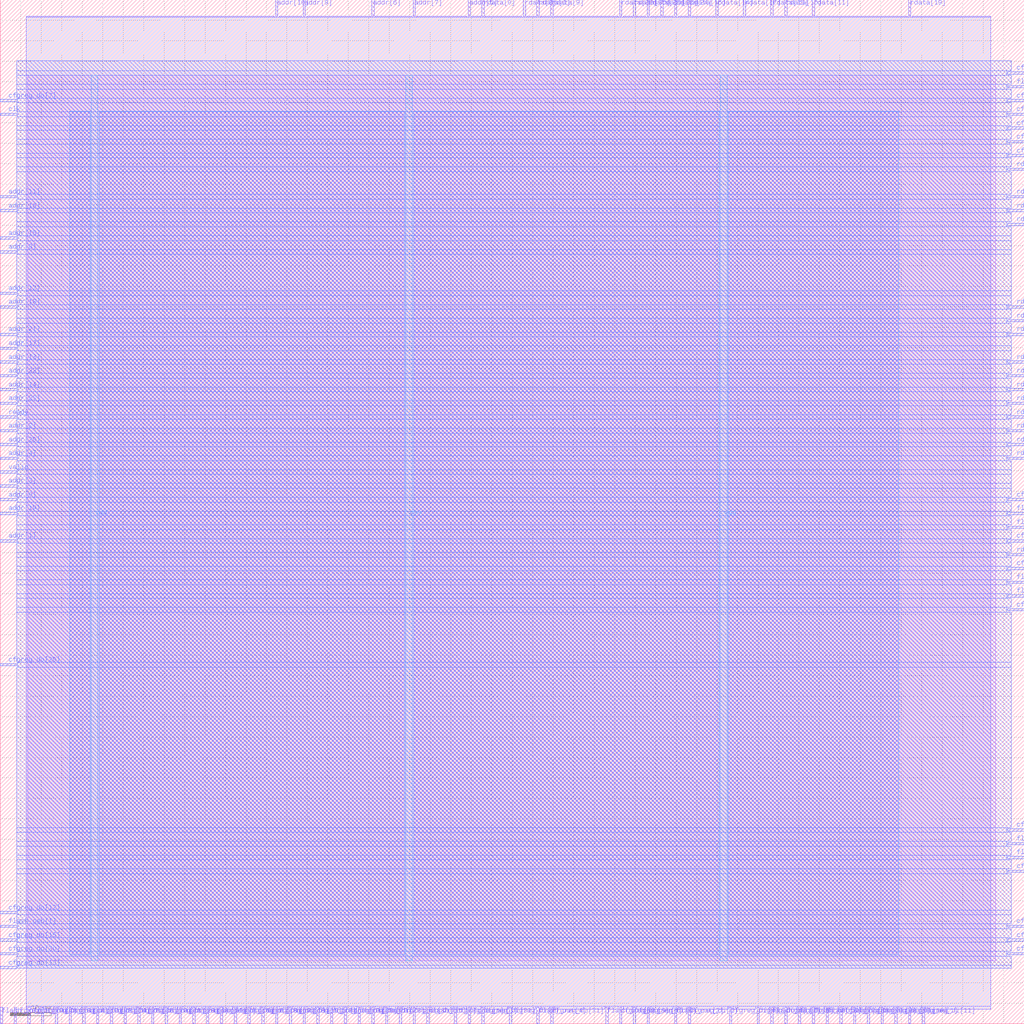
<source format=lef>
VERSION 5.7 ;
  NOWIREEXTENSIONATPIN ON ;
  DIVIDERCHAR "/" ;
  BUSBITCHARS "[]" ;
MACRO spimemio
  CLASS BLOCK ;
  FOREIGN spimemio ;
  ORIGIN 0.000 0.000 ;
  SIZE 250.000 BY 250.000 ;
  PIN addr[0]
    DIRECTION INPUT ;
    USE SIGNAL ;
    ANTENNAGATEAREA 0.498500 ;
    ANTENNADIFFAREA 0.410400 ;
    PORT
      LAYER Metal3 ;
        RECT 0.000 127.680 4.000 128.240 ;
    END
  END addr[0]
  PIN addr[10]
    DIRECTION INPUT ;
    USE SIGNAL ;
    ANTENNAGATEAREA 0.498500 ;
    ANTENNADIFFAREA 0.410400 ;
    PORT
      LAYER Metal2 ;
        RECT 67.200 246.000 67.760 250.000 ;
    END
  END addr[10]
  PIN addr[11]
    DIRECTION INPUT ;
    USE SIGNAL ;
    ANTENNAGATEAREA 1.102000 ;
    ANTENNADIFFAREA 0.410400 ;
    PORT
      LAYER Metal3 ;
        RECT 0.000 201.600 4.000 202.160 ;
    END
  END addr[11]
  PIN addr[12]
    DIRECTION INPUT ;
    USE SIGNAL ;
    ANTENNAGATEAREA 0.741000 ;
    ANTENNADIFFAREA 0.410400 ;
    PORT
      LAYER Metal3 ;
        RECT 0.000 178.080 4.000 178.640 ;
    END
  END addr[12]
  PIN addr[13]
    DIRECTION INPUT ;
    USE SIGNAL ;
    ANTENNAGATEAREA 0.726000 ;
    ANTENNADIFFAREA 0.410400 ;
    PORT
      LAYER Metal3 ;
        RECT 0.000 161.280 4.000 161.840 ;
    END
  END addr[13]
  PIN addr[14]
    DIRECTION INPUT ;
    USE SIGNAL ;
    ANTENNAGATEAREA 0.726000 ;
    ANTENNADIFFAREA 0.410400 ;
    PORT
      LAYER Metal3 ;
        RECT 0.000 154.560 4.000 155.120 ;
    END
  END addr[14]
  PIN addr[15]
    DIRECTION INPUT ;
    USE SIGNAL ;
    ANTENNAGATEAREA 0.726000 ;
    ANTENNADIFFAREA 0.410400 ;
    PORT
      LAYER Metal3 ;
        RECT 0.000 191.520 4.000 192.080 ;
    END
  END addr[15]
  PIN addr[16]
    DIRECTION INPUT ;
    USE SIGNAL ;
    ANTENNAGATEAREA 0.741000 ;
    ANTENNADIFFAREA 0.410400 ;
    PORT
      LAYER Metal3 ;
        RECT 0.000 198.240 4.000 198.800 ;
    END
  END addr[16]
  PIN addr[17]
    DIRECTION INPUT ;
    USE SIGNAL ;
    ANTENNAGATEAREA 0.741000 ;
    ANTENNADIFFAREA 0.410400 ;
    PORT
      LAYER Metal3 ;
        RECT 0.000 164.640 4.000 165.200 ;
    END
  END addr[17]
  PIN addr[18]
    DIRECTION INPUT ;
    USE SIGNAL ;
    ANTENNAGATEAREA 1.102000 ;
    ANTENNADIFFAREA 0.410400 ;
    PORT
      LAYER Metal3 ;
        RECT 0.000 174.720 4.000 175.280 ;
    END
  END addr[18]
  PIN addr[19]
    DIRECTION INPUT ;
    USE SIGNAL ;
    ANTENNAGATEAREA 0.726000 ;
    ANTENNADIFFAREA 0.410400 ;
    PORT
      LAYER Metal3 ;
        RECT 0.000 124.320 4.000 124.880 ;
    END
  END addr[19]
  PIN addr[1]
    DIRECTION INPUT ;
    USE SIGNAL ;
    ANTENNAGATEAREA 0.498500 ;
    ANTENNADIFFAREA 0.410400 ;
    PORT
      LAYER Metal3 ;
        RECT 0.000 117.600 4.000 118.160 ;
    END
  END addr[1]
  PIN addr[20]
    DIRECTION INPUT ;
    USE SIGNAL ;
    ANTENNAGATEAREA 0.498500 ;
    ANTENNADIFFAREA 0.410400 ;
    PORT
      LAYER Metal3 ;
        RECT 0.000 141.120 4.000 141.680 ;
    END
  END addr[20]
  PIN addr[21]
    DIRECTION INPUT ;
    USE SIGNAL ;
    ANTENNAGATEAREA 0.741000 ;
    ANTENNADIFFAREA 0.410400 ;
    PORT
      LAYER Metal3 ;
        RECT 0.000 168.000 4.000 168.560 ;
    END
  END addr[21]
  PIN addr[22]
    DIRECTION INPUT ;
    USE SIGNAL ;
    ANTENNAGATEAREA 0.726000 ;
    ANTENNADIFFAREA 0.410400 ;
    PORT
      LAYER Metal3 ;
        RECT 0.000 157.920 4.000 158.480 ;
    END
  END addr[22]
  PIN addr[23]
    DIRECTION INPUT ;
    USE SIGNAL ;
    ANTENNAGATEAREA 0.741000 ;
    ANTENNADIFFAREA 0.410400 ;
    PORT
      LAYER Metal3 ;
        RECT 0.000 151.200 4.000 151.760 ;
    END
  END addr[23]
  PIN addr[2]
    DIRECTION INPUT ;
    USE SIGNAL ;
    ANTENNAGATEAREA 0.498500 ;
    ANTENNADIFFAREA 0.410400 ;
    PORT
      LAYER Metal3 ;
        RECT 0.000 144.480 4.000 145.040 ;
    END
  END addr[2]
  PIN addr[3]
    DIRECTION INPUT ;
    USE SIGNAL ;
    ANTENNAGATEAREA 0.726000 ;
    ANTENNADIFFAREA 0.410400 ;
    PORT
      LAYER Metal3 ;
        RECT 0.000 131.040 4.000 131.600 ;
    END
  END addr[3]
  PIN addr[4]
    DIRECTION INPUT ;
    USE SIGNAL ;
    ANTENNAGATEAREA 0.726000 ;
    ANTENNADIFFAREA 0.410400 ;
    PORT
      LAYER Metal3 ;
        RECT 0.000 137.760 4.000 138.320 ;
    END
  END addr[4]
  PIN addr[5]
    DIRECTION INPUT ;
    USE SIGNAL ;
    ANTENNAGATEAREA 0.726000 ;
    ANTENNADIFFAREA 0.410400 ;
    PORT
      LAYER Metal2 ;
        RECT 114.240 246.000 114.800 250.000 ;
    END
  END addr[5]
  PIN addr[6]
    DIRECTION INPUT ;
    USE SIGNAL ;
    ANTENNAGATEAREA 0.741000 ;
    ANTENNADIFFAREA 0.410400 ;
    PORT
      LAYER Metal2 ;
        RECT 90.720 246.000 91.280 250.000 ;
    END
  END addr[6]
  PIN addr[7]
    DIRECTION INPUT ;
    USE SIGNAL ;
    ANTENNAGATEAREA 0.726000 ;
    ANTENNADIFFAREA 0.410400 ;
    PORT
      LAYER Metal2 ;
        RECT 100.800 246.000 101.360 250.000 ;
    END
  END addr[7]
  PIN addr[8]
    DIRECTION INPUT ;
    USE SIGNAL ;
    ANTENNAGATEAREA 0.726000 ;
    ANTENNADIFFAREA 0.410400 ;
    PORT
      LAYER Metal3 ;
        RECT 0.000 188.160 4.000 188.720 ;
    END
  END addr[8]
  PIN addr[9]
    DIRECTION INPUT ;
    USE SIGNAL ;
    ANTENNAGATEAREA 0.741000 ;
    ANTENNADIFFAREA 0.410400 ;
    PORT
      LAYER Metal2 ;
        RECT 73.920 246.000 74.480 250.000 ;
    END
  END addr[9]
  PIN cfgreg_di[0]
    DIRECTION INPUT ;
    USE SIGNAL ;
    ANTENNAGATEAREA 0.741000 ;
    ANTENNADIFFAREA 0.410400 ;
    PORT
      LAYER Metal2 ;
        RECT 168.000 0.000 168.560 4.000 ;
    END
  END cfgreg_di[0]
  PIN cfgreg_di[10]
    DIRECTION INPUT ;
    USE SIGNAL ;
    ANTENNAGATEAREA 0.741000 ;
    ANTENNADIFFAREA 0.410400 ;
    PORT
      LAYER Metal2 ;
        RECT 218.400 0.000 218.960 4.000 ;
    END
  END cfgreg_di[10]
  PIN cfgreg_di[11]
    DIRECTION INPUT ;
    USE SIGNAL ;
    ANTENNAGATEAREA 0.741000 ;
    ANTENNADIFFAREA 0.410400 ;
    PORT
      LAYER Metal2 ;
        RECT 225.120 0.000 225.680 4.000 ;
    END
  END cfgreg_di[11]
  PIN cfgreg_di[12]
    DIRECTION INPUT ;
    USE SIGNAL ;
    PORT
      LAYER Metal2 ;
        RECT 16.800 0.000 17.360 4.000 ;
    END
  END cfgreg_di[12]
  PIN cfgreg_di[13]
    DIRECTION INPUT ;
    USE SIGNAL ;
    PORT
      LAYER Metal2 ;
        RECT 10.080 0.000 10.640 4.000 ;
    END
  END cfgreg_di[13]
  PIN cfgreg_di[14]
    DIRECTION INPUT ;
    USE SIGNAL ;
    PORT
      LAYER Metal2 ;
        RECT 13.440 0.000 14.000 4.000 ;
    END
  END cfgreg_di[14]
  PIN cfgreg_di[15]
    DIRECTION INPUT ;
    USE SIGNAL ;
    PORT
      LAYER Metal2 ;
        RECT 100.800 0.000 101.360 4.000 ;
    END
  END cfgreg_di[15]
  PIN cfgreg_di[16]
    DIRECTION INPUT ;
    USE SIGNAL ;
    ANTENNAGATEAREA 0.741000 ;
    ANTENNADIFFAREA 0.410400 ;
    PORT
      LAYER Metal2 ;
        RECT 53.760 0.000 54.320 4.000 ;
    END
  END cfgreg_di[16]
  PIN cfgreg_di[17]
    DIRECTION INPUT ;
    USE SIGNAL ;
    ANTENNAGATEAREA 0.741000 ;
    ANTENNADIFFAREA 0.410400 ;
    PORT
      LAYER Metal2 ;
        RECT 63.840 0.000 64.400 4.000 ;
    END
  END cfgreg_di[17]
  PIN cfgreg_di[18]
    DIRECTION INPUT ;
    USE SIGNAL ;
    ANTENNAGATEAREA 0.741000 ;
    ANTENNADIFFAREA 0.410400 ;
    PORT
      LAYER Metal2 ;
        RECT 60.480 0.000 61.040 4.000 ;
    END
  END cfgreg_di[18]
  PIN cfgreg_di[19]
    DIRECTION INPUT ;
    USE SIGNAL ;
    ANTENNAGATEAREA 0.741000 ;
    ANTENNADIFFAREA 0.410400 ;
    PORT
      LAYER Metal2 ;
        RECT 70.560 0.000 71.120 4.000 ;
    END
  END cfgreg_di[19]
  PIN cfgreg_di[1]
    DIRECTION INPUT ;
    USE SIGNAL ;
    ANTENNAGATEAREA 0.741000 ;
    ANTENNADIFFAREA 0.410400 ;
    PORT
      LAYER Metal2 ;
        RECT 110.880 0.000 111.440 4.000 ;
    END
  END cfgreg_di[1]
  PIN cfgreg_di[20]
    DIRECTION INPUT ;
    USE SIGNAL ;
    ANTENNAGATEAREA 0.741000 ;
    ANTENNADIFFAREA 0.410400 ;
    PORT
      LAYER Metal2 ;
        RECT 33.600 0.000 34.160 4.000 ;
    END
  END cfgreg_di[20]
  PIN cfgreg_di[21]
    DIRECTION INPUT ;
    USE SIGNAL ;
    ANTENNAGATEAREA 0.741000 ;
    ANTENNADIFFAREA 0.410400 ;
    PORT
      LAYER Metal2 ;
        RECT 36.960 0.000 37.520 4.000 ;
    END
  END cfgreg_di[21]
  PIN cfgreg_di[22]
    DIRECTION INPUT ;
    USE SIGNAL ;
    ANTENNAGATEAREA 0.741000 ;
    ANTENNADIFFAREA 0.410400 ;
    PORT
      LAYER Metal2 ;
        RECT 84.000 0.000 84.560 4.000 ;
    END
  END cfgreg_di[22]
  PIN cfgreg_di[23]
    DIRECTION INPUT ;
    USE SIGNAL ;
    PORT
      LAYER Metal2 ;
        RECT 20.160 0.000 20.720 4.000 ;
    END
  END cfgreg_di[23]
  PIN cfgreg_di[24]
    DIRECTION INPUT ;
    USE SIGNAL ;
    PORT
      LAYER Metal2 ;
        RECT 23.520 0.000 24.080 4.000 ;
    END
  END cfgreg_di[24]
  PIN cfgreg_di[25]
    DIRECTION INPUT ;
    USE SIGNAL ;
    PORT
      LAYER Metal2 ;
        RECT 26.880 0.000 27.440 4.000 ;
    END
  END cfgreg_di[25]
  PIN cfgreg_di[26]
    DIRECTION INPUT ;
    USE SIGNAL ;
    PORT
      LAYER Metal2 ;
        RECT 30.240 0.000 30.800 4.000 ;
    END
  END cfgreg_di[26]
  PIN cfgreg_di[27]
    DIRECTION INPUT ;
    USE SIGNAL ;
    PORT
      LAYER Metal2 ;
        RECT 90.720 0.000 91.280 4.000 ;
    END
  END cfgreg_di[27]
  PIN cfgreg_di[28]
    DIRECTION INPUT ;
    USE SIGNAL ;
    PORT
      LAYER Metal2 ;
        RECT 40.320 0.000 40.880 4.000 ;
    END
  END cfgreg_di[28]
  PIN cfgreg_di[29]
    DIRECTION INPUT ;
    USE SIGNAL ;
    PORT
      LAYER Metal2 ;
        RECT 3.360 0.000 3.920 4.000 ;
    END
  END cfgreg_di[29]
  PIN cfgreg_di[2]
    DIRECTION INPUT ;
    USE SIGNAL ;
    ANTENNAGATEAREA 0.741000 ;
    ANTENNADIFFAREA 0.410400 ;
    PORT
      LAYER Metal2 ;
        RECT 124.320 0.000 124.880 4.000 ;
    END
  END cfgreg_di[2]
  PIN cfgreg_di[30]
    DIRECTION INPUT ;
    USE SIGNAL ;
    PORT
      LAYER Metal2 ;
        RECT 97.440 0.000 98.000 4.000 ;
    END
  END cfgreg_di[30]
  PIN cfgreg_di[31]
    DIRECTION INPUT ;
    USE SIGNAL ;
    ANTENNAGATEAREA 0.741000 ;
    ANTENNADIFFAREA 0.410400 ;
    PORT
      LAYER Metal2 ;
        RECT 117.600 0.000 118.160 4.000 ;
    END
  END cfgreg_di[31]
  PIN cfgreg_di[3]
    DIRECTION INPUT ;
    USE SIGNAL ;
    ANTENNAGATEAREA 0.741000 ;
    ANTENNADIFFAREA 0.410400 ;
    PORT
      LAYER Metal2 ;
        RECT 151.200 0.000 151.760 4.000 ;
    END
  END cfgreg_di[3]
  PIN cfgreg_di[4]
    DIRECTION INPUT ;
    USE SIGNAL ;
    ANTENNAGATEAREA 0.741000 ;
    ANTENNADIFFAREA 0.410400 ;
    PORT
      LAYER Metal2 ;
        RECT 178.080 0.000 178.640 4.000 ;
    END
  END cfgreg_di[4]
  PIN cfgreg_di[5]
    DIRECTION INPUT ;
    USE SIGNAL ;
    ANTENNAGATEAREA 0.741000 ;
    ANTENNADIFFAREA 0.410400 ;
    PORT
      LAYER Metal2 ;
        RECT 157.920 0.000 158.480 4.000 ;
    END
  END cfgreg_di[5]
  PIN cfgreg_di[6]
    DIRECTION INPUT ;
    USE SIGNAL ;
    PORT
      LAYER Metal2 ;
        RECT 43.680 0.000 44.240 4.000 ;
    END
  END cfgreg_di[6]
  PIN cfgreg_di[7]
    DIRECTION INPUT ;
    USE SIGNAL ;
    PORT
      LAYER Metal2 ;
        RECT 6.720 0.000 7.280 4.000 ;
    END
  END cfgreg_di[7]
  PIN cfgreg_di[8]
    DIRECTION INPUT ;
    USE SIGNAL ;
    ANTENNAGATEAREA 0.741000 ;
    ANTENNADIFFAREA 0.410400 ;
    PORT
      LAYER Metal2 ;
        RECT 215.040 0.000 215.600 4.000 ;
    END
  END cfgreg_di[8]
  PIN cfgreg_di[9]
    DIRECTION INPUT ;
    USE SIGNAL ;
    ANTENNAGATEAREA 0.741000 ;
    ANTENNADIFFAREA 0.410400 ;
    PORT
      LAYER Metal2 ;
        RECT 211.680 0.000 212.240 4.000 ;
    END
  END cfgreg_di[9]
  PIN cfgreg_do[0]
    DIRECTION OUTPUT TRISTATE ;
    USE SIGNAL ;
    ANTENNADIFFAREA 4.731200 ;
    PORT
      LAYER Metal3 ;
        RECT 246.000 127.680 250.000 128.240 ;
    END
  END cfgreg_do[0]
  PIN cfgreg_do[10]
    DIRECTION OUTPUT TRISTATE ;
    USE SIGNAL ;
    ANTENNADIFFAREA 4.731200 ;
    PORT
      LAYER Metal3 ;
        RECT 246.000 36.960 250.000 37.520 ;
    END
  END cfgreg_do[10]
  PIN cfgreg_do[11]
    DIRECTION OUTPUT TRISTATE ;
    USE SIGNAL ;
    ANTENNADIFFAREA 4.731200 ;
    PORT
      LAYER Metal3 ;
        RECT 246.000 47.040 250.000 47.600 ;
    END
  END cfgreg_do[11]
  PIN cfgreg_do[12]
    DIRECTION OUTPUT TRISTATE ;
    USE SIGNAL ;
    ANTENNADIFFAREA 0.360800 ;
    PORT
      LAYER Metal3 ;
        RECT 0.000 26.880 4.000 27.440 ;
    END
  END cfgreg_do[12]
  PIN cfgreg_do[13]
    DIRECTION OUTPUT TRISTATE ;
    USE SIGNAL ;
    ANTENNADIFFAREA 0.360800 ;
    PORT
      LAYER Metal3 ;
        RECT 0.000 13.440 4.000 14.000 ;
    END
  END cfgreg_do[13]
  PIN cfgreg_do[14]
    DIRECTION OUTPUT TRISTATE ;
    USE SIGNAL ;
    ANTENNADIFFAREA 0.360800 ;
    PORT
      LAYER Metal3 ;
        RECT 246.000 221.760 250.000 222.320 ;
    END
  END cfgreg_do[14]
  PIN cfgreg_do[15]
    DIRECTION OUTPUT TRISTATE ;
    USE SIGNAL ;
    ANTENNADIFFAREA 0.360800 ;
    PORT
      LAYER Metal3 ;
        RECT 0.000 20.160 4.000 20.720 ;
    END
  END cfgreg_do[15]
  PIN cfgreg_do[16]
    DIRECTION OUTPUT TRISTATE ;
    USE SIGNAL ;
    ANTENNADIFFAREA 4.731200 ;
    PORT
      LAYER Metal2 ;
        RECT 57.120 0.000 57.680 4.000 ;
    END
  END cfgreg_do[16]
  PIN cfgreg_do[17]
    DIRECTION OUTPUT TRISTATE ;
    USE SIGNAL ;
    ANTENNADIFFAREA 4.731200 ;
    PORT
      LAYER Metal2 ;
        RECT 73.920 0.000 74.480 4.000 ;
    END
  END cfgreg_do[17]
  PIN cfgreg_do[18]
    DIRECTION OUTPUT TRISTATE ;
    USE SIGNAL ;
    ANTENNADIFFAREA 4.731200 ;
    PORT
      LAYER Metal2 ;
        RECT 67.200 0.000 67.760 4.000 ;
    END
  END cfgreg_do[18]
  PIN cfgreg_do[19]
    DIRECTION OUTPUT TRISTATE ;
    USE SIGNAL ;
    ANTENNADIFFAREA 4.731200 ;
    PORT
      LAYER Metal2 ;
        RECT 80.640 0.000 81.200 4.000 ;
    END
  END cfgreg_do[19]
  PIN cfgreg_do[1]
    DIRECTION OUTPUT TRISTATE ;
    USE SIGNAL ;
    ANTENNADIFFAREA 4.731200 ;
    PORT
      LAYER Metal3 ;
        RECT 246.000 117.600 250.000 118.160 ;
    END
  END cfgreg_do[1]
  PIN cfgreg_do[20]
    DIRECTION OUTPUT TRISTATE ;
    USE SIGNAL ;
    ANTENNADIFFAREA 4.731200 ;
    PORT
      LAYER Metal3 ;
        RECT 0.000 87.360 4.000 87.920 ;
    END
  END cfgreg_do[20]
  PIN cfgreg_do[21]
    DIRECTION OUTPUT TRISTATE ;
    USE SIGNAL ;
    ANTENNADIFFAREA 4.731200 ;
    PORT
      LAYER Metal2 ;
        RECT 47.040 0.000 47.600 4.000 ;
    END
  END cfgreg_do[21]
  PIN cfgreg_do[22]
    DIRECTION OUTPUT TRISTATE ;
    USE SIGNAL ;
    ANTENNADIFFAREA 4.731200 ;
    PORT
      LAYER Metal2 ;
        RECT 87.360 0.000 87.920 4.000 ;
    END
  END cfgreg_do[22]
  PIN cfgreg_do[23]
    DIRECTION OUTPUT TRISTATE ;
    USE SIGNAL ;
    ANTENNADIFFAREA 0.360800 ;
    PORT
      LAYER Metal3 ;
        RECT 246.000 23.520 250.000 24.080 ;
    END
  END cfgreg_do[23]
  PIN cfgreg_do[24]
    DIRECTION OUTPUT TRISTATE ;
    USE SIGNAL ;
    ANTENNADIFFAREA 0.360800 ;
    PORT
      LAYER Metal3 ;
        RECT 246.000 218.400 250.000 218.960 ;
    END
  END cfgreg_do[24]
  PIN cfgreg_do[25]
    DIRECTION OUTPUT TRISTATE ;
    USE SIGNAL ;
    ANTENNADIFFAREA 0.360800 ;
    PORT
      LAYER Metal3 ;
        RECT 246.000 225.120 250.000 225.680 ;
    END
  END cfgreg_do[25]
  PIN cfgreg_do[26]
    DIRECTION OUTPUT TRISTATE ;
    USE SIGNAL ;
    ANTENNADIFFAREA 0.360800 ;
    PORT
      LAYER Metal3 ;
        RECT 246.000 20.160 250.000 20.720 ;
    END
  END cfgreg_do[26]
  PIN cfgreg_do[27]
    DIRECTION OUTPUT TRISTATE ;
    USE SIGNAL ;
    ANTENNADIFFAREA 0.360800 ;
    PORT
      LAYER Metal3 ;
        RECT 246.000 16.800 250.000 17.360 ;
    END
  END cfgreg_do[27]
  PIN cfgreg_do[28]
    DIRECTION OUTPUT TRISTATE ;
    USE SIGNAL ;
    ANTENNADIFFAREA 0.360800 ;
    PORT
      LAYER Metal3 ;
        RECT 246.000 231.840 250.000 232.400 ;
    END
  END cfgreg_do[28]
  PIN cfgreg_do[29]
    DIRECTION OUTPUT TRISTATE ;
    USE SIGNAL ;
    ANTENNADIFFAREA 0.360800 ;
    PORT
      LAYER Metal3 ;
        RECT 246.000 215.040 250.000 215.600 ;
    END
  END cfgreg_do[29]
  PIN cfgreg_do[2]
    DIRECTION OUTPUT TRISTATE ;
    USE SIGNAL ;
    ANTENNADIFFAREA 4.731200 ;
    PORT
      LAYER Metal3 ;
        RECT 246.000 110.880 250.000 111.440 ;
    END
  END cfgreg_do[2]
  PIN cfgreg_do[30]
    DIRECTION OUTPUT TRISTATE ;
    USE SIGNAL ;
    ANTENNADIFFAREA 0.360800 ;
    PORT
      LAYER Metal3 ;
        RECT 0.000 16.800 4.000 17.360 ;
    END
  END cfgreg_do[30]
  PIN cfgreg_do[31]
    DIRECTION OUTPUT TRISTATE ;
    USE SIGNAL ;
    ANTENNADIFFAREA 4.731200 ;
    PORT
      LAYER Metal2 ;
        RECT 134.400 0.000 134.960 4.000 ;
    END
  END cfgreg_do[31]
  PIN cfgreg_do[3]
    DIRECTION OUTPUT TRISTATE ;
    USE SIGNAL ;
    ANTENNADIFFAREA 4.731200 ;
    PORT
      LAYER Metal3 ;
        RECT 246.000 100.800 250.000 101.360 ;
    END
  END cfgreg_do[3]
  PIN cfgreg_do[4]
    DIRECTION OUTPUT TRISTATE ;
    USE SIGNAL ;
    ANTENNADIFFAREA 4.731200 ;
    PORT
      LAYER Metal2 ;
        RECT 184.800 0.000 185.360 4.000 ;
    END
  END cfgreg_do[4]
  PIN cfgreg_do[5]
    DIRECTION OUTPUT TRISTATE ;
    USE SIGNAL ;
    ANTENNADIFFAREA 4.731200 ;
    PORT
      LAYER Metal2 ;
        RECT 191.520 0.000 192.080 4.000 ;
    END
  END cfgreg_do[5]
  PIN cfgreg_do[6]
    DIRECTION OUTPUT TRISTATE ;
    USE SIGNAL ;
    ANTENNADIFFAREA 0.360800 ;
    PORT
      LAYER Metal3 ;
        RECT 246.000 211.680 250.000 212.240 ;
    END
  END cfgreg_do[6]
  PIN cfgreg_do[7]
    DIRECTION OUTPUT TRISTATE ;
    USE SIGNAL ;
    ANTENNADIFFAREA 0.360800 ;
    PORT
      LAYER Metal3 ;
        RECT 0.000 225.120 4.000 225.680 ;
    END
  END cfgreg_do[7]
  PIN cfgreg_do[8]
    DIRECTION OUTPUT TRISTATE ;
    USE SIGNAL ;
    ANTENNADIFFAREA 4.731200 ;
    PORT
      LAYER Metal2 ;
        RECT 204.960 0.000 205.520 4.000 ;
    END
  END cfgreg_do[8]
  PIN cfgreg_do[9]
    DIRECTION OUTPUT TRISTATE ;
    USE SIGNAL ;
    ANTENNADIFFAREA 4.731200 ;
    PORT
      LAYER Metal2 ;
        RECT 208.320 0.000 208.880 4.000 ;
    END
  END cfgreg_do[9]
  PIN cfgreg_we[0]
    DIRECTION INPUT ;
    USE SIGNAL ;
    ANTENNAGATEAREA 0.741000 ;
    ANTENNADIFFAREA 0.410400 ;
    PORT
      LAYER Metal2 ;
        RECT 154.560 0.000 155.120 4.000 ;
    END
  END cfgreg_we[0]
  PIN cfgreg_we[1]
    DIRECTION INPUT ;
    USE SIGNAL ;
    ANTENNAGATEAREA 0.741000 ;
    ANTENNADIFFAREA 0.410400 ;
    PORT
      LAYER Metal2 ;
        RECT 221.760 0.000 222.320 4.000 ;
    END
  END cfgreg_we[1]
  PIN cfgreg_we[2]
    DIRECTION INPUT ;
    USE SIGNAL ;
    ANTENNAGATEAREA 0.741000 ;
    ANTENNADIFFAREA 0.410400 ;
    PORT
      LAYER Metal2 ;
        RECT 50.400 0.000 50.960 4.000 ;
    END
  END cfgreg_we[2]
  PIN cfgreg_we[3]
    DIRECTION INPUT ;
    USE SIGNAL ;
    ANTENNAGATEAREA 0.741000 ;
    ANTENNADIFFAREA 0.410400 ;
    PORT
      LAYER Metal2 ;
        RECT 114.240 0.000 114.800 4.000 ;
    END
  END cfgreg_we[3]
  PIN clk
    DIRECTION INPUT ;
    USE SIGNAL ;
    ANTENNAGATEAREA 4.738000 ;
    ANTENNADIFFAREA 0.410400 ;
    PORT
      LAYER Metal3 ;
        RECT 0.000 221.760 4.000 222.320 ;
    END
  END clk
  PIN flash_in[0]
    DIRECTION INPUT ;
    USE SIGNAL ;
    PORT
      LAYER Metal2 ;
        RECT 0.000 0.000 0.560 4.000 ;
    END
  END flash_in[0]
  PIN flash_in[1]
    DIRECTION INPUT ;
    USE SIGNAL ;
    PORT
      LAYER Metal2 ;
        RECT 77.280 0.000 77.840 4.000 ;
    END
  END flash_in[1]
  PIN flash_in[2]
    DIRECTION INPUT ;
    USE SIGNAL ;
    ANTENNAGATEAREA 0.741000 ;
    ANTENNADIFFAREA 0.410400 ;
    PORT
      LAYER Metal3 ;
        RECT 246.000 124.320 250.000 124.880 ;
    END
  END flash_in[2]
  PIN flash_in[3]
    DIRECTION INPUT ;
    USE SIGNAL ;
    ANTENNAGATEAREA 0.741000 ;
    ANTENNADIFFAREA 0.410400 ;
    PORT
      LAYER Metal3 ;
        RECT 246.000 120.960 250.000 121.520 ;
    END
  END flash_in[3]
  PIN flash_in[4]
    DIRECTION INPUT ;
    USE SIGNAL ;
    ANTENNAGATEAREA 0.741000 ;
    ANTENNADIFFAREA 0.410400 ;
    PORT
      LAYER Metal3 ;
        RECT 246.000 107.520 250.000 108.080 ;
    END
  END flash_in[4]
  PIN flash_in[5]
    DIRECTION INPUT ;
    USE SIGNAL ;
    ANTENNAGATEAREA 0.741000 ;
    ANTENNADIFFAREA 0.410400 ;
    PORT
      LAYER Metal3 ;
        RECT 246.000 104.160 250.000 104.720 ;
    END
  END flash_in[5]
  PIN flash_oeb[0]
    DIRECTION OUTPUT TRISTATE ;
    USE SIGNAL ;
    ANTENNADIFFAREA 0.360800 ;
    PORT
      LAYER Metal3 ;
        RECT 246.000 228.480 250.000 229.040 ;
    END
  END flash_oeb[0]
  PIN flash_oeb[1]
    DIRECTION OUTPUT TRISTATE ;
    USE SIGNAL ;
    ANTENNADIFFAREA 0.360800 ;
    PORT
      LAYER Metal3 ;
        RECT 0.000 23.520 4.000 24.080 ;
    END
  END flash_oeb[1]
  PIN flash_oeb[2]
    DIRECTION OUTPUT TRISTATE ;
    USE SIGNAL ;
    ANTENNADIFFAREA 4.731200 ;
    PORT
      LAYER Metal2 ;
        RECT 201.600 0.000 202.160 4.000 ;
    END
  END flash_oeb[2]
  PIN flash_oeb[3]
    DIRECTION OUTPUT TRISTATE ;
    USE SIGNAL ;
    ANTENNADIFFAREA 4.731200 ;
    PORT
      LAYER Metal2 ;
        RECT 198.240 0.000 198.800 4.000 ;
    END
  END flash_oeb[3]
  PIN flash_oeb[4]
    DIRECTION OUTPUT TRISTATE ;
    USE SIGNAL ;
    ANTENNADIFFAREA 4.731200 ;
    PORT
      LAYER Metal3 ;
        RECT 246.000 40.320 250.000 40.880 ;
    END
  END flash_oeb[4]
  PIN flash_oeb[5]
    DIRECTION OUTPUT TRISTATE ;
    USE SIGNAL ;
    ANTENNADIFFAREA 4.731200 ;
    PORT
      LAYER Metal3 ;
        RECT 246.000 43.680 250.000 44.240 ;
    END
  END flash_oeb[5]
  PIN flash_out[0]
    DIRECTION OUTPUT TRISTATE ;
    USE SIGNAL ;
    ANTENNADIFFAREA 4.731200 ;
    PORT
      LAYER Metal2 ;
        RECT 194.880 0.000 195.440 4.000 ;
    END
  END flash_out[0]
  PIN flash_out[1]
    DIRECTION OUTPUT TRISTATE ;
    USE SIGNAL ;
    ANTENNADIFFAREA 4.731200 ;
    PORT
      LAYER Metal2 ;
        RECT 188.160 0.000 188.720 4.000 ;
    END
  END flash_out[1]
  PIN flash_out[2]
    DIRECTION OUTPUT TRISTATE ;
    USE SIGNAL ;
    ANTENNADIFFAREA 4.731200 ;
    PORT
      LAYER Metal2 ;
        RECT 164.640 0.000 165.200 4.000 ;
    END
  END flash_out[2]
  PIN flash_out[3]
    DIRECTION OUTPUT TRISTATE ;
    USE SIGNAL ;
    ANTENNADIFFAREA 4.731200 ;
    PORT
      LAYER Metal2 ;
        RECT 104.160 0.000 104.720 4.000 ;
    END
  END flash_out[3]
  PIN flash_out[4]
    DIRECTION OUTPUT TRISTATE ;
    USE SIGNAL ;
    ANTENNADIFFAREA 4.731200 ;
    PORT
      LAYER Metal2 ;
        RECT 131.040 0.000 131.600 4.000 ;
    END
  END flash_out[4]
  PIN flash_out[5]
    DIRECTION OUTPUT TRISTATE ;
    USE SIGNAL ;
    ANTENNADIFFAREA 4.731200 ;
    PORT
      LAYER Metal2 ;
        RECT 147.840 0.000 148.400 4.000 ;
    END
  END flash_out[5]
  PIN rdata[0]
    DIRECTION OUTPUT TRISTATE ;
    USE SIGNAL ;
    ANTENNADIFFAREA 4.731200 ;
    PORT
      LAYER Metal2 ;
        RECT 117.600 246.000 118.160 250.000 ;
    END
  END rdata[0]
  PIN rdata[10]
    DIRECTION OUTPUT TRISTATE ;
    USE SIGNAL ;
    ANTENNADIFFAREA 4.731200 ;
    PORT
      LAYER Metal2 ;
        RECT 191.520 246.000 192.080 250.000 ;
    END
  END rdata[10]
  PIN rdata[11]
    DIRECTION OUTPUT TRISTATE ;
    USE SIGNAL ;
    ANTENNADIFFAREA 4.731200 ;
    PORT
      LAYER Metal2 ;
        RECT 198.240 246.000 198.800 250.000 ;
    END
  END rdata[11]
  PIN rdata[12]
    DIRECTION OUTPUT TRISTATE ;
    USE SIGNAL ;
    ANTENNADIFFAREA 4.731200 ;
    PORT
      LAYER Metal3 ;
        RECT 246.000 198.240 250.000 198.800 ;
    END
  END rdata[12]
  PIN rdata[13]
    DIRECTION OUTPUT TRISTATE ;
    USE SIGNAL ;
    ANTENNADIFFAREA 4.731200 ;
    PORT
      LAYER Metal3 ;
        RECT 246.000 194.880 250.000 195.440 ;
    END
  END rdata[13]
  PIN rdata[14]
    DIRECTION OUTPUT TRISTATE ;
    USE SIGNAL ;
    ANTENNADIFFAREA 4.731200 ;
    PORT
      LAYER Metal2 ;
        RECT 174.720 246.000 175.280 250.000 ;
    END
  END rdata[14]
  PIN rdata[15]
    DIRECTION OUTPUT TRISTATE ;
    USE SIGNAL ;
    ANTENNADIFFAREA 4.731200 ;
    PORT
      LAYER Metal2 ;
        RECT 188.160 246.000 188.720 250.000 ;
    END
  END rdata[15]
  PIN rdata[16]
    DIRECTION OUTPUT TRISTATE ;
    USE SIGNAL ;
    ANTENNADIFFAREA 4.731200 ;
    PORT
      LAYER Metal2 ;
        RECT 168.000 246.000 168.560 250.000 ;
    END
  END rdata[16]
  PIN rdata[17]
    DIRECTION OUTPUT TRISTATE ;
    USE SIGNAL ;
    ANTENNADIFFAREA 4.731200 ;
    PORT
      LAYER Metal2 ;
        RECT 181.440 246.000 182.000 250.000 ;
    END
  END rdata[17]
  PIN rdata[18]
    DIRECTION OUTPUT TRISTATE ;
    USE SIGNAL ;
    ANTENNADIFFAREA 4.731200 ;
    PORT
      LAYER Metal3 ;
        RECT 246.000 208.320 250.000 208.880 ;
    END
  END rdata[18]
  PIN rdata[19]
    DIRECTION OUTPUT TRISTATE ;
    USE SIGNAL ;
    ANTENNADIFFAREA 4.731200 ;
    PORT
      LAYER Metal2 ;
        RECT 221.760 246.000 222.320 250.000 ;
    END
  END rdata[19]
  PIN rdata[1]
    DIRECTION OUTPUT TRISTATE ;
    USE SIGNAL ;
    ANTENNADIFFAREA 4.731200 ;
    PORT
      LAYER Metal2 ;
        RECT 131.040 246.000 131.600 250.000 ;
    END
  END rdata[1]
  PIN rdata[20]
    DIRECTION OUTPUT TRISTATE ;
    USE SIGNAL ;
    ANTENNADIFFAREA 4.731200 ;
    PORT
      LAYER Metal3 ;
        RECT 246.000 201.600 250.000 202.160 ;
    END
  END rdata[20]
  PIN rdata[21]
    DIRECTION OUTPUT TRISTATE ;
    USE SIGNAL ;
    ANTENNADIFFAREA 4.731200 ;
    PORT
      LAYER Metal3 ;
        RECT 246.000 174.720 250.000 175.280 ;
    END
  END rdata[21]
  PIN rdata[22]
    DIRECTION OUTPUT TRISTATE ;
    USE SIGNAL ;
    ANTENNADIFFAREA 4.731200 ;
    PORT
      LAYER Metal2 ;
        RECT 151.200 246.000 151.760 250.000 ;
    END
  END rdata[22]
  PIN rdata[23]
    DIRECTION OUTPUT TRISTATE ;
    USE SIGNAL ;
    ANTENNADIFFAREA 4.731200 ;
    PORT
      LAYER Metal2 ;
        RECT 157.920 246.000 158.480 250.000 ;
    END
  END rdata[23]
  PIN rdata[24]
    DIRECTION OUTPUT TRISTATE ;
    USE SIGNAL ;
    ANTENNADIFFAREA 4.731200 ;
    PORT
      LAYER Metal2 ;
        RECT 164.640 246.000 165.200 250.000 ;
    END
  END rdata[24]
  PIN rdata[25]
    DIRECTION OUTPUT TRISTATE ;
    USE SIGNAL ;
    ANTENNADIFFAREA 4.731200 ;
    PORT
      LAYER Metal2 ;
        RECT 161.280 246.000 161.840 250.000 ;
    END
  END rdata[25]
  PIN rdata[26]
    DIRECTION OUTPUT TRISTATE ;
    USE SIGNAL ;
    ANTENNADIFFAREA 4.731200 ;
    PORT
      LAYER Metal3 ;
        RECT 246.000 168.000 250.000 168.560 ;
    END
  END rdata[26]
  PIN rdata[27]
    DIRECTION OUTPUT TRISTATE ;
    USE SIGNAL ;
    ANTENNADIFFAREA 4.731200 ;
    PORT
      LAYER Metal3 ;
        RECT 246.000 161.280 250.000 161.840 ;
    END
  END rdata[27]
  PIN rdata[28]
    DIRECTION OUTPUT TRISTATE ;
    USE SIGNAL ;
    ANTENNADIFFAREA 4.731200 ;
    PORT
      LAYER Metal3 ;
        RECT 246.000 157.920 250.000 158.480 ;
    END
  END rdata[28]
  PIN rdata[29]
    DIRECTION OUTPUT TRISTATE ;
    USE SIGNAL ;
    ANTENNADIFFAREA 4.731200 ;
    PORT
      LAYER Metal3 ;
        RECT 246.000 171.360 250.000 171.920 ;
    END
  END rdata[29]
  PIN rdata[2]
    DIRECTION OUTPUT TRISTATE ;
    USE SIGNAL ;
    ANTENNADIFFAREA 4.731200 ;
    PORT
      LAYER Metal3 ;
        RECT 246.000 147.840 250.000 148.400 ;
    END
  END rdata[2]
  PIN rdata[30]
    DIRECTION OUTPUT TRISTATE ;
    USE SIGNAL ;
    ANTENNADIFFAREA 4.731200 ;
    PORT
      LAYER Metal2 ;
        RECT 154.560 246.000 155.120 250.000 ;
    END
  END rdata[30]
  PIN rdata[31]
    DIRECTION OUTPUT TRISTATE ;
    USE SIGNAL ;
    ANTENNADIFFAREA 4.731200 ;
    PORT
      LAYER Metal3 ;
        RECT 246.000 154.560 250.000 155.120 ;
    END
  END rdata[31]
  PIN rdata[3]
    DIRECTION OUTPUT TRISTATE ;
    USE SIGNAL ;
    ANTENNADIFFAREA 4.731200 ;
    PORT
      LAYER Metal3 ;
        RECT 246.000 144.480 250.000 145.040 ;
    END
  END rdata[3]
  PIN rdata[4]
    DIRECTION OUTPUT TRISTATE ;
    USE SIGNAL ;
    ANTENNADIFFAREA 4.731200 ;
    PORT
      LAYER Metal3 ;
        RECT 246.000 114.240 250.000 114.800 ;
    END
  END rdata[4]
  PIN rdata[5]
    DIRECTION OUTPUT TRISTATE ;
    USE SIGNAL ;
    ANTENNADIFFAREA 4.731200 ;
    PORT
      LAYER Metal3 ;
        RECT 246.000 151.200 250.000 151.760 ;
    END
  END rdata[5]
  PIN rdata[6]
    DIRECTION OUTPUT TRISTATE ;
    USE SIGNAL ;
    ANTENNADIFFAREA 4.731200 ;
    PORT
      LAYER Metal3 ;
        RECT 246.000 137.760 250.000 138.320 ;
    END
  END rdata[6]
  PIN rdata[7]
    DIRECTION OUTPUT TRISTATE ;
    USE SIGNAL ;
    ANTENNADIFFAREA 4.731200 ;
    PORT
      LAYER Metal3 ;
        RECT 246.000 141.120 250.000 141.680 ;
    END
  END rdata[7]
  PIN rdata[8]
    DIRECTION OUTPUT TRISTATE ;
    USE SIGNAL ;
    ANTENNADIFFAREA 4.731200 ;
    PORT
      LAYER Metal2 ;
        RECT 127.680 246.000 128.240 250.000 ;
    END
  END rdata[8]
  PIN rdata[9]
    DIRECTION OUTPUT TRISTATE ;
    USE SIGNAL ;
    ANTENNADIFFAREA 4.731200 ;
    PORT
      LAYER Metal2 ;
        RECT 134.400 246.000 134.960 250.000 ;
    END
  END rdata[9]
  PIN ready
    DIRECTION OUTPUT TRISTATE ;
    USE SIGNAL ;
    ANTENNADIFFAREA 4.731200 ;
    PORT
      LAYER Metal3 ;
        RECT 0.000 147.840 4.000 148.400 ;
    END
  END ready
  PIN resetn
    DIRECTION INPUT ;
    USE SIGNAL ;
    ANTENNAGATEAREA 0.741000 ;
    ANTENNADIFFAREA 0.410400 ;
    PORT
      LAYER Metal2 ;
        RECT 94.080 0.000 94.640 4.000 ;
    END
  END resetn
  PIN valid
    DIRECTION INPUT ;
    USE SIGNAL ;
    ANTENNAGATEAREA 0.726000 ;
    ANTENNADIFFAREA 0.410400 ;
    PORT
      LAYER Metal3 ;
        RECT 0.000 134.400 4.000 134.960 ;
    END
  END valid
  PIN vdd
    DIRECTION INOUT ;
    USE POWER ;
    PORT
      LAYER Metal4 ;
        RECT 22.240 15.380 23.840 231.580 ;
    END
    PORT
      LAYER Metal4 ;
        RECT 175.840 15.380 177.440 231.580 ;
    END
  END vdd
  PIN vss
    DIRECTION INOUT ;
    USE GROUND ;
    PORT
      LAYER Metal4 ;
        RECT 99.040 15.380 100.640 231.580 ;
    END
  END vss
  OBS
      LAYER Metal1 ;
        RECT 6.720 15.380 243.040 231.580 ;
      LAYER Metal2 ;
        RECT 6.300 245.700 66.900 246.000 ;
        RECT 68.060 245.700 73.620 246.000 ;
        RECT 74.780 245.700 90.420 246.000 ;
        RECT 91.580 245.700 100.500 246.000 ;
        RECT 101.660 245.700 113.940 246.000 ;
        RECT 115.100 245.700 117.300 246.000 ;
        RECT 118.460 245.700 127.380 246.000 ;
        RECT 128.540 245.700 130.740 246.000 ;
        RECT 131.900 245.700 134.100 246.000 ;
        RECT 135.260 245.700 150.900 246.000 ;
        RECT 152.060 245.700 154.260 246.000 ;
        RECT 155.420 245.700 157.620 246.000 ;
        RECT 158.780 245.700 160.980 246.000 ;
        RECT 162.140 245.700 164.340 246.000 ;
        RECT 165.500 245.700 167.700 246.000 ;
        RECT 168.860 245.700 174.420 246.000 ;
        RECT 175.580 245.700 181.140 246.000 ;
        RECT 182.300 245.700 187.860 246.000 ;
        RECT 189.020 245.700 191.220 246.000 ;
        RECT 192.380 245.700 197.940 246.000 ;
        RECT 199.100 245.700 221.460 246.000 ;
        RECT 222.620 245.700 241.780 246.000 ;
        RECT 6.300 4.300 241.780 245.700 ;
        RECT 6.300 3.500 6.420 4.300 ;
        RECT 7.580 3.500 9.780 4.300 ;
        RECT 10.940 3.500 13.140 4.300 ;
        RECT 14.300 3.500 16.500 4.300 ;
        RECT 17.660 3.500 19.860 4.300 ;
        RECT 21.020 3.500 23.220 4.300 ;
        RECT 24.380 3.500 26.580 4.300 ;
        RECT 27.740 3.500 29.940 4.300 ;
        RECT 31.100 3.500 33.300 4.300 ;
        RECT 34.460 3.500 36.660 4.300 ;
        RECT 37.820 3.500 40.020 4.300 ;
        RECT 41.180 3.500 43.380 4.300 ;
        RECT 44.540 3.500 46.740 4.300 ;
        RECT 47.900 3.500 50.100 4.300 ;
        RECT 51.260 3.500 53.460 4.300 ;
        RECT 54.620 3.500 56.820 4.300 ;
        RECT 57.980 3.500 60.180 4.300 ;
        RECT 61.340 3.500 63.540 4.300 ;
        RECT 64.700 3.500 66.900 4.300 ;
        RECT 68.060 3.500 70.260 4.300 ;
        RECT 71.420 3.500 73.620 4.300 ;
        RECT 74.780 3.500 76.980 4.300 ;
        RECT 78.140 3.500 80.340 4.300 ;
        RECT 81.500 3.500 83.700 4.300 ;
        RECT 84.860 3.500 87.060 4.300 ;
        RECT 88.220 3.500 90.420 4.300 ;
        RECT 91.580 3.500 93.780 4.300 ;
        RECT 94.940 3.500 97.140 4.300 ;
        RECT 98.300 3.500 100.500 4.300 ;
        RECT 101.660 3.500 103.860 4.300 ;
        RECT 105.020 3.500 110.580 4.300 ;
        RECT 111.740 3.500 113.940 4.300 ;
        RECT 115.100 3.500 117.300 4.300 ;
        RECT 118.460 3.500 124.020 4.300 ;
        RECT 125.180 3.500 130.740 4.300 ;
        RECT 131.900 3.500 134.100 4.300 ;
        RECT 135.260 3.500 147.540 4.300 ;
        RECT 148.700 3.500 150.900 4.300 ;
        RECT 152.060 3.500 154.260 4.300 ;
        RECT 155.420 3.500 157.620 4.300 ;
        RECT 158.780 3.500 164.340 4.300 ;
        RECT 165.500 3.500 167.700 4.300 ;
        RECT 168.860 3.500 177.780 4.300 ;
        RECT 178.940 3.500 184.500 4.300 ;
        RECT 185.660 3.500 187.860 4.300 ;
        RECT 189.020 3.500 191.220 4.300 ;
        RECT 192.380 3.500 194.580 4.300 ;
        RECT 195.740 3.500 197.940 4.300 ;
        RECT 199.100 3.500 201.300 4.300 ;
        RECT 202.460 3.500 204.660 4.300 ;
        RECT 205.820 3.500 208.020 4.300 ;
        RECT 209.180 3.500 211.380 4.300 ;
        RECT 212.540 3.500 214.740 4.300 ;
        RECT 215.900 3.500 218.100 4.300 ;
        RECT 219.260 3.500 221.460 4.300 ;
        RECT 222.620 3.500 224.820 4.300 ;
        RECT 225.980 3.500 241.780 4.300 ;
      LAYER Metal3 ;
        RECT 4.000 232.700 246.820 235.060 ;
        RECT 4.000 231.540 245.700 232.700 ;
        RECT 4.000 229.340 246.820 231.540 ;
        RECT 4.000 228.180 245.700 229.340 ;
        RECT 4.000 225.980 246.820 228.180 ;
        RECT 4.300 224.820 245.700 225.980 ;
        RECT 4.000 222.620 246.820 224.820 ;
        RECT 4.300 221.460 245.700 222.620 ;
        RECT 4.000 219.260 246.820 221.460 ;
        RECT 4.000 218.100 245.700 219.260 ;
        RECT 4.000 215.900 246.820 218.100 ;
        RECT 4.000 214.740 245.700 215.900 ;
        RECT 4.000 212.540 246.820 214.740 ;
        RECT 4.000 211.380 245.700 212.540 ;
        RECT 4.000 209.180 246.820 211.380 ;
        RECT 4.000 208.020 245.700 209.180 ;
        RECT 4.000 202.460 246.820 208.020 ;
        RECT 4.300 201.300 245.700 202.460 ;
        RECT 4.000 199.100 246.820 201.300 ;
        RECT 4.300 197.940 245.700 199.100 ;
        RECT 4.000 195.740 246.820 197.940 ;
        RECT 4.000 194.580 245.700 195.740 ;
        RECT 4.000 192.380 246.820 194.580 ;
        RECT 4.300 191.220 246.820 192.380 ;
        RECT 4.000 189.020 246.820 191.220 ;
        RECT 4.300 187.860 246.820 189.020 ;
        RECT 4.000 178.940 246.820 187.860 ;
        RECT 4.300 177.780 246.820 178.940 ;
        RECT 4.000 175.580 246.820 177.780 ;
        RECT 4.300 174.420 245.700 175.580 ;
        RECT 4.000 172.220 246.820 174.420 ;
        RECT 4.000 171.060 245.700 172.220 ;
        RECT 4.000 168.860 246.820 171.060 ;
        RECT 4.300 167.700 245.700 168.860 ;
        RECT 4.000 165.500 246.820 167.700 ;
        RECT 4.300 164.340 246.820 165.500 ;
        RECT 4.000 162.140 246.820 164.340 ;
        RECT 4.300 160.980 245.700 162.140 ;
        RECT 4.000 158.780 246.820 160.980 ;
        RECT 4.300 157.620 245.700 158.780 ;
        RECT 4.000 155.420 246.820 157.620 ;
        RECT 4.300 154.260 245.700 155.420 ;
        RECT 4.000 152.060 246.820 154.260 ;
        RECT 4.300 150.900 245.700 152.060 ;
        RECT 4.000 148.700 246.820 150.900 ;
        RECT 4.300 147.540 245.700 148.700 ;
        RECT 4.000 145.340 246.820 147.540 ;
        RECT 4.300 144.180 245.700 145.340 ;
        RECT 4.000 141.980 246.820 144.180 ;
        RECT 4.300 140.820 245.700 141.980 ;
        RECT 4.000 138.620 246.820 140.820 ;
        RECT 4.300 137.460 245.700 138.620 ;
        RECT 4.000 135.260 246.820 137.460 ;
        RECT 4.300 134.100 246.820 135.260 ;
        RECT 4.000 131.900 246.820 134.100 ;
        RECT 4.300 130.740 246.820 131.900 ;
        RECT 4.000 128.540 246.820 130.740 ;
        RECT 4.300 127.380 245.700 128.540 ;
        RECT 4.000 125.180 246.820 127.380 ;
        RECT 4.300 124.020 245.700 125.180 ;
        RECT 4.000 121.820 246.820 124.020 ;
        RECT 4.000 120.660 245.700 121.820 ;
        RECT 4.000 118.460 246.820 120.660 ;
        RECT 4.300 117.300 245.700 118.460 ;
        RECT 4.000 115.100 246.820 117.300 ;
        RECT 4.000 113.940 245.700 115.100 ;
        RECT 4.000 111.740 246.820 113.940 ;
        RECT 4.000 110.580 245.700 111.740 ;
        RECT 4.000 108.380 246.820 110.580 ;
        RECT 4.000 107.220 245.700 108.380 ;
        RECT 4.000 105.020 246.820 107.220 ;
        RECT 4.000 103.860 245.700 105.020 ;
        RECT 4.000 101.660 246.820 103.860 ;
        RECT 4.000 100.500 245.700 101.660 ;
        RECT 4.000 88.220 246.820 100.500 ;
        RECT 4.300 87.060 246.820 88.220 ;
        RECT 4.000 47.900 246.820 87.060 ;
        RECT 4.000 46.740 245.700 47.900 ;
        RECT 4.000 44.540 246.820 46.740 ;
        RECT 4.000 43.380 245.700 44.540 ;
        RECT 4.000 41.180 246.820 43.380 ;
        RECT 4.000 40.020 245.700 41.180 ;
        RECT 4.000 37.820 246.820 40.020 ;
        RECT 4.000 36.660 245.700 37.820 ;
        RECT 4.000 27.740 246.820 36.660 ;
        RECT 4.300 26.580 246.820 27.740 ;
        RECT 4.000 24.380 246.820 26.580 ;
        RECT 4.300 23.220 245.700 24.380 ;
        RECT 4.000 21.020 246.820 23.220 ;
        RECT 4.300 19.860 245.700 21.020 ;
        RECT 4.000 17.660 246.820 19.860 ;
        RECT 4.300 16.500 245.700 17.660 ;
        RECT 4.000 14.300 246.820 16.500 ;
        RECT 4.300 13.580 246.820 14.300 ;
      LAYER Metal4 ;
        RECT 16.940 16.890 21.940 222.790 ;
        RECT 24.140 16.890 98.740 222.790 ;
        RECT 100.940 16.890 175.540 222.790 ;
        RECT 177.740 16.890 219.380 222.790 ;
  END
END spimemio
END LIBRARY


</source>
